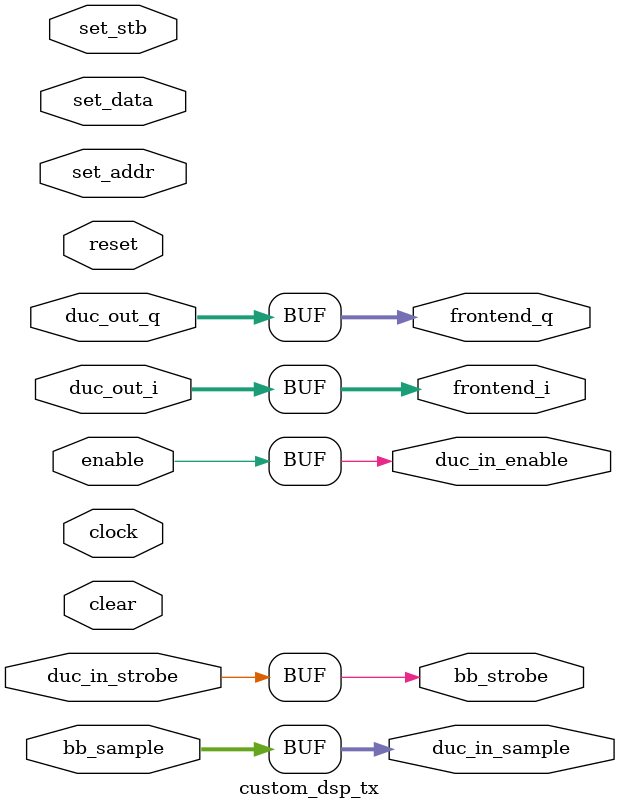
<source format=v>


//The following module effects the IO of the DUC chain.
//By default, this entire module is a simple pass-through.

//To implement DSP logic before the DUC:
//Implement custom DSP between baseband and duc input.

//To implement DSP logic after the DUC:
//Implement custom DSP between duc output and frontend.

//To bypass the DUC with custom logic:
//Implement custom DSP between baseband and frontend.

module custom_dsp_tx
#(
    //frontend bus width
    parameter WIDTH = 24
)
(
    //control signals
    input clock, //dsp clock
    input reset, //active high synchronous reset
    input clear, //active high on packet control init
    input enable, //active high when streaming enabled

    //user settings bus, controlled through user setting regs API
    input set_stb, input [7:0] set_addr, input [31:0] set_data,

    //full rate outputs directly to the TX frontend
    output [WIDTH-1:0] frontend_i,
    output [WIDTH-1:0] frontend_q,

    //full rate outputs directly from the DUC chain
    input [WIDTH-1:0] duc_out_i,
    input [WIDTH-1:0] duc_out_q,

    //strobed samples {I16,Q16} to the TX DUC chain
    output [31:0] duc_in_sample,
    input duc_in_strobe, //this is a backpressure signal
    output duc_in_enable, //enables DUC module

    //strobbed baseband samples {I16,Q16} to this module
    input [31:0] bb_sample,
    output bb_strobe //this is a backpressure signal
);

    assign frontend_i = duc_out_i;
    assign frontend_q = duc_out_q;
    assign duc_in_sample = bb_sample;
    assign bb_strobe = duc_in_strobe;
    assign duc_in_enable = enable;

endmodule //custom_dsp_tx

</source>
